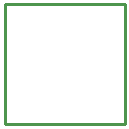
<source format=gbr>
G04 DipTrace Beta 2.9.0.1*
G04 BottomAssy.gbr*
%MOIN*%
G04 #@! TF.FileFunction,Drawing,Bot*
G04 #@! TF.Part,Single*
%ADD10C,0.009843*%
%FSLAX26Y26*%
G04*
G70*
G90*
G75*
G01*
G04 BotAssy*
%LPD*%
X1969144Y844026D2*
D10*
X1569144D1*
Y444026D1*
X1969144D1*
Y844026D1*
M02*

</source>
